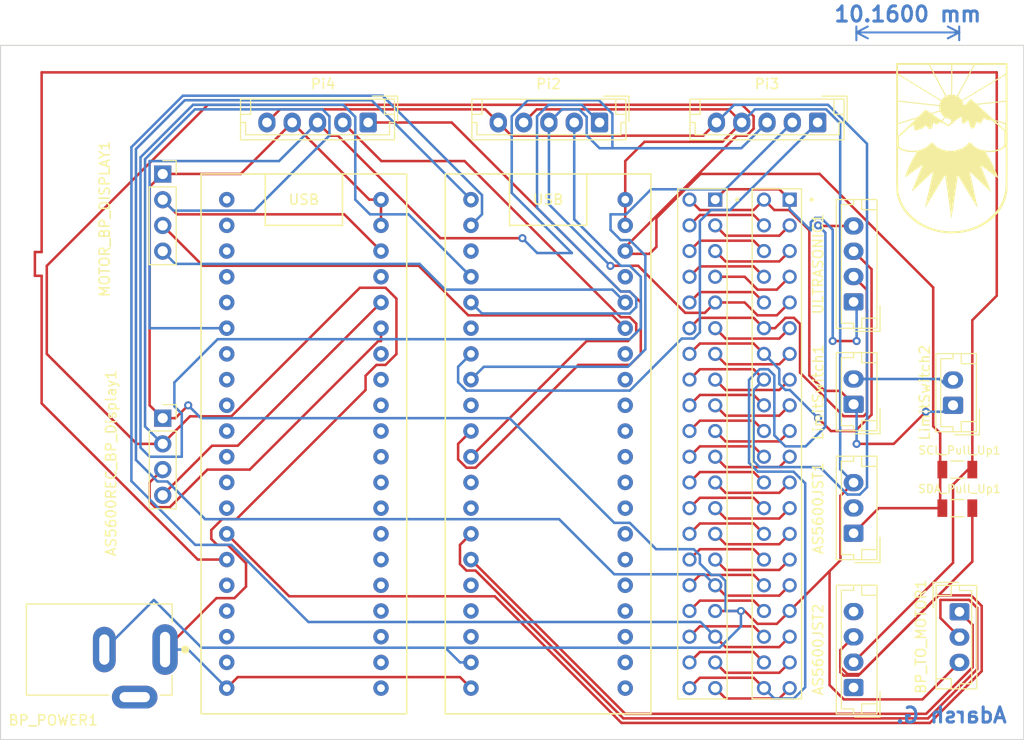
<source format=kicad_pcb>
(kicad_pcb (version 20221018) (generator pcbnew)
  (layers (0 "F.Cu" signal) (31 "B.Cu" signal) (34 "B.Paste" user) (35 "F.Paste" user) (36 "B.SilkS" user "B.Silkscreen") (37 "F.SilkS" user "F.Silkscreen") (38 "B.Mask" user) (39 "F.Mask" user) (44 "Edge.Cuts" user))
  (net 0 "")
  (net 1 "Net-(J1-Pin_1)")
  (net 2 "Net-(J1-Pin_2)")
  (net 3 "Net-(J1-Pin_3)")
  (net 4 "Net-(J1-Pin_4)")
  (net 5 "Net-(J1-Pin_5)")
  (net 6 "Net-(J1-Pin_6)")
  (net 7 "Net-(J1-Pin_7)")
  (net 8 "Net-(J1-Pin_8)")
  (net 9 "Net-(J1-Pin_9)")
  (net 10 "Net-(J1-Pin_10)")
  (net 11 "Net-(J1-Pin_11)")
  (net 12 "Net-(J1-Pin_12)")
  (net 13 "Net-(J1-Pin_13)")
  (net 14 "Net-(J1-Pin_14)")
  (net 15 "Net-(J1-Pin_15)")
  (net 16 "Net-(J1-Pin_16)")
  (net 17 "Net-(J1-Pin_17)")
  (net 18 "Net-(J1-Pin_18)")
  (net 19 "Net-(J1-Pin_19)")
  (net 20 "Net-(J1-Pin_20)")
  (net 21 "Net-(J1-Pin_21)")
  (net 22 "Net-(J1-Pin_22)")
  (net 23 "Net-(J1-Pin_23)")
  (net 24 "Net-(J1-Pin_24)")
  (net 25 "Net-(J1-Pin_25)")
  (net 26 "Net-(J1-Pin_26)")
  (net 27 "Net-(J1-Pin_27)")
  (net 28 "Net-(J1-Pin_28)")
  (net 29 "Net-(J1-Pin_29)")
  (net 30 "Net-(J1-Pin_30)")
  (net 31 "Net-(J1-Pin_31)")
  (net 32 "Net-(J1-Pin_32)")
  (net 33 "Net-(J1-Pin_33)")
  (net 34 "Net-(J1-Pin_35)")
  (net 35 "Net-(J1-Pin_36)")
  (net 36 "Net-(J1-Pin_37)")
  (net 37 "Net-(J1-Pin_38)")
  (net 38 "Net-(J1-Pin_39)")
  (net 39 "Net-(J1-Pin_40)")
  (net 41 "Net-(AS5600JST1-Pin_1)")
  (net 42 "Net-(AS5600JST1-Pin_3)")
  (net 44 "Net-(AS5600JST2-Pin_2)")
  (net 45 "Net-(AS5600JST2-Pin_3)")
  (net 47 "Net-(BP_TO_MOTOR1-Pin_1)")
  (net 48 "Net-(BP_TO_MOTOR1-Pin_2)")
  (net 49 "Net-(Pi4-Pin_1)")
  (net 50 "Net-(Pi2-Pin_1)")
  (net 51 "Net-(Pi2-Pin_2)")
  (net 52 "Net-(Pi3-Pin_1)")
  (net 53 "Net-(Pi3-Pin_2)")
  (net 54 "Net-(Pi4-Pin_2)")
  (net 71 "Net-(MOTOR_BP_DISPLAY1-Pin_3)")
  (net 72 "Net-(MOTOR_BP_DISPLAY1-Pin_4)")
  (net 84 "Net-(AS5600REC_BP_Display1-Pin_4)")
  (net 89 "Net-(AS5600REC_BP_Display1-Pin_3)")
  (footprint "Connector_JST:JST_EH_B3B-EH-A_1x03_P2.50mm_Vertical" (layer "F.Cu") (at 191.47 119.32 90)
    (fp_text reference "AS5600JST1")
    (fp_text value "Conn_01x03_Pin")
  )
  (footprint "20_pin_header_kicad:TE_7-146256-0" (layer "F.Cu") (at 183.885 110.49 -90)
    (fp_text reference "J1" hide)
    (fp_text value "Conn_01x40_Pin")
  )
  (footprint "RC1206JR-074K7L:RESC3116X65N" (layer "F.Cu") (at 201.72 116.84)
    (fp_text reference "SDA_Pull_Up1")
    (fp_text value "RC1206JR-074K7L")
  )
  (footprint "Connector_JST:JST_EH_B4B-EH-A_1x04_P2.50mm_Vertical" (layer "F.Cu") (at 191.47 96.46 90)
    (fp_text reference "ULTRASONIC1")
    (fp_text value "Conn_01x04_Pin" hide)
  )
  (footprint "logo.preety:systopia_logo" (layer "F.Cu") (at 201.168 81.28)
    (fp_text reference "G***" hide)
    (fp_text value "LOGO" hide)
  )
  (footprint "Connector_PinSocket_2.54mm:PinSocket_1x04_P2.54mm_Vertical" (layer "F.Cu") (at 123.215 83.83)
    (fp_text reference "MOTOR_BP_DISPLAY1")
    (fp_text value "Conn_01x04_Socket")
  )
  (footprint "Connector_JST:JST_EH_B2B-EH-A_1x02_P2.50mm_Vertical" (layer "F.Cu") (at 191.47 106.58 90)
    (fp_text reference "LimitSwitch1")
    (fp_text value "Conn_01x02_Pin" hide)
  )
  (footprint "Connector_PinSocket_2.54mm:PinSocket_1x04_P2.54mm_Vertical" (layer "F.Cu") (at 123.215 107.95)
    (fp_text reference "AS5600REC_BP_Display1")
    (fp_text value "Conn_01x04_Socket")
  )
  (footprint "20_pin_header_kicad:TE_7-146256-0" (layer "F.Cu") (at 176.53 110.49 -90)
    (fp_text reference "J2" hide)
    (fp_text value "Conn_01x40_Pin")
  )
  (footprint "Connector_JST:JST_EH_B5B-EH-A_1x05_P2.50mm_Vertical" (layer "F.Cu") (at 187.92 78.74 180)
    (fp_text reference "Pi3")
    (fp_text value "Conn_01x05_Pin")
  )
  (footprint "Connector_JST:JST_EH_B3B-EH-A_1x03_P2.50mm_Vertical" (layer "F.Cu") (at 201.93 127.08 -90)
    (fp_text reference "BP_TO_MOTOR1")
    (fp_text value "Conn_01x03_Pin" hide)
  )
  (footprint "Connector_JST:JST_EH_B5B-EH-A_1x05_P2.50mm_Vertical" (layer "F.Cu") (at 143.51 78.74 180)
    (fp_text reference "Pi4")
    (fp_text value "Conn_01x05_Pin")
  )
  (footprint "DevBoard_STM32_Bluepill:DevBoard_STM32_Bluepill" (layer "F.Cu") (at 129.54 134.62)
    (fp_text reference "AS5600REC_BP1" hide)
    (fp_text value "BP" hide)
  )
  (footprint "RC1206JR-074K7L:RESC3116X65N" (layer "F.Cu") (at 201.72 113.03)
    (fp_text reference "SCL_Pull_Up1")
    (fp_text value "RC1206JR-074K7L")
  )
  (footprint "Connector_JST:JST_EH_B2B-EH-A_1x02_P2.50mm_Vertical" (layer "F.Cu") (at 201.295 106.68 90)
    (fp_text reference "LimitSwitch2")
    (fp_text value "Conn_01x02_Pin")
  )
  (footprint "PJ-002A:CUI_PJ-002A" (layer "F.Cu") (at 123.444 130.81 180)
    (fp_text reference "BP_POWER1")
    (fp_text value "PJ-002A")
  )
  (footprint "DevBoard_STM32_Bluepill:DevBoard_STM32_Bluepill" (layer "F.Cu") (at 153.67 134.62)
    (fp_text reference "MOTOR_BP1" hide)
    (fp_text value "BP" hide)
  )
  (footprint "Connector_JST:JST_EH_B5B-EH-A_1x05_P2.50mm_Vertical" (layer "F.Cu") (at 166.37 78.74 180)
    (fp_text reference "Pi2")
    (fp_text value "Conn_01x05_Pin")
  )
  (footprint "Connector_JST:JST_EH_B4B-EH-A_1x04_P2.50mm_Vertical" (layer "F.Cu") (at 191.47 134.56 90)
    (fp_text reference "AS5600JST2")
    (fp_text value "AS5600JST2")
  )
  (gr_rect (start 107.188 71.12) (end 208.28 139.7) (stroke (width 0.1)) (fill none) (layer "Edge.Cuts"))
  (gr_text "Adarsh G." (at 206.756 138.176) (layer "B.Cu") (effects (font (size 1.5 1.5) (thickness 0.3) bold) (justify left bottom mirror)))
  (dimension (type aligned) (layer "B.Cu") (pts (xy 191.745 71.11) (xy 201.905 71.11)) (height -1.27) (gr_text "10.1600 mm" (at 196.825 68.04) (layer "B.Cu") (effects (font (size 1.5 1.5) (thickness 0.3)))) (format (prefix "") (suffix "") (units 3) (units_format 1) (precision 4)) (style (thickness 0.2) (arrow_length 1.27) (text_position_mode 0) (extension_height 0.58642) (extension_offset 0.5) keep_text_aligned))
  (segment (start 195.4355 110.49) (end 198.6105 107.315) (width 0.25) (layer "F.Cu") (net 1))
  (segment (start 183.639 87.384) (end 182.615 86.36) (width 0.25) (layer "F.Cu") (net 1))
  (segment (start 185.087155 87.384) (end 183.639 87.384) (width 0.25) (layer "F.Cu") (net 1))
  (segment (start 191.77 110.49) (end 195.4355 110.49) (width 0.25) (layer "F.Cu") (net 1))
  (segment (start 181.591 87.384) (end 182.615 86.36) (width 0.25) (layer "F.Cu") (net 1))
  (segment (start 188.618223 105.255) (end 190.145 105.255) (width 0.25) (layer "F.Cu") (net 1))
  (segment (start 191.47 106.58) (end 190.145 105.255) (width 0.25) (layer "F.Cu") (net 1))
  (segment (start 187.096612 89.393457) (end 187.096612 103.733389) (width 0.25) (layer "F.Cu") (net 1))
  (segment (start 175.26 86.36) (end 176.284 87.384) (width 0.25) (layer "F.Cu") (net 1))
  (segment (start 176.284 87.384) (end 181.591 87.384) (width 0.25) (layer "F.Cu") (net 1))
  (segment (start 185.087155 87.384) (end 187.096612 89.393457) (width 0.25) (layer "F.Cu") (net 1))
  (segment (start 187.096612 103.733389) (end 188.618223 105.255) (width 0.25) (layer "F.Cu") (net 1))
  (via (at 198.6105 107.315) (size 0.8) (drill 0.4) (layers "F.Cu" "B.Cu") (net 1))
  (via (at 191.77 110.49) (size 0.8) (drill 0.4) (layers "F.Cu" "B.Cu") (net 1))
  (segment (start 198.6105 107.315) (end 200.66 107.315) (width 0.25) (layer "B.Cu") (net 1))
  (segment (start 191.77 106.88) (end 191.77 110.49) (width 0.25) (layer "B.Cu") (net 1))
  (segment (start 200.66 107.315) (end 201.295 106.68) (width 0.25) (layer "B.Cu") (net 1))
  (segment (start 191.47 106.58) (end 191.77 106.88) (width 0.25) (layer "B.Cu") (net 1))
  (segment (start 178.824 85.336) (end 184.131 85.336) (width 0.25) (layer "F.Cu") (net 2))
  (segment (start 177.8 86.36) (end 178.824 85.336) (width 0.25) (layer "F.Cu") (net 2))
  (segment (start 189.4095 100.33) (end 191.77 100.33) (width 0.25) (layer "F.Cu") (net 2))
  (segment (start 184.131 85.336) (end 185.155 86.36) (width 0.25) (layer "F.Cu") (net 2))
  (via (at 191.77 100.33) (size 0.8) (drill 0.4) (layers "F.Cu" "B.Cu") (net 2))
  (via (at 189.4095 100.33) (size 0.8) (drill 0.4) (layers "F.Cu" "B.Cu") (net 2))
  (segment (start 185.155 87.309) (end 187.235 89.389) (width 0.25) (layer "B.Cu") (net 2))
  (segment (start 187.659695 88.175) (end 188.260305 88.175) (width 0.25) (layer "B.Cu") (net 2))
  (segment (start 191.47 96.46) (end 191.77 96.76) (width 0.25) (layer "B.Cu") (net 2))
  (segment (start 187.235 89.389) (end 187.235 88.599695) (width 0.25) (layer "B.Cu") (net 2))
  (segment (start 185.155 86.36) (end 185.155 87.309) (width 0.25) (layer "B.Cu") (net 2))
  (segment (start 187.235 88.599695) (end 187.659695 88.175) (width 0.25) (layer "B.Cu") (net 2))
  (segment (start 191.77 96.76) (end 191.77 100.33) (width 0.25) (layer "B.Cu") (net 2))
  (segment (start 188.260305 88.175) (end 189.4095 89.324195) (width 0.25) (layer "B.Cu") (net 2))
  (segment (start 189.4095 89.324195) (end 189.4095 100.33) (width 0.25) (layer "B.Cu") (net 2))
  (segment (start 176.284 87.876) (end 181.591 87.876) (width 0.25) (layer "F.Cu") (net 3))
  (segment (start 175.26 88.9) (end 176.284 87.876) (width 0.25) (layer "F.Cu") (net 3))
  (segment (start 181.591 87.876) (end 182.615 88.9) (width 0.25) (layer "F.Cu") (net 3))
  (segment (start 177.8 88.9) (end 178.824 89.924) (width 0.25) (layer "F.Cu") (net 4))
  (segment (start 184.131 89.924) (end 185.155 88.9) (width 0.25) (layer "F.Cu") (net 4))
  (segment (start 178.824 89.924) (end 184.131 89.924) (width 0.25) (layer "F.Cu") (net 4))
  (segment (start 176.284 90.416) (end 181.591 90.416) (width 0.25) (layer "F.Cu") (net 5))
  (segment (start 175.26 91.44) (end 176.284 90.416) (width 0.25) (layer "F.Cu") (net 5))
  (segment (start 181.591 90.416) (end 182.615 91.44) (width 0.25) (layer "F.Cu") (net 5))
  (segment (start 184.131 92.464) (end 185.155 91.44) (width 0.25) (layer "F.Cu") (net 6))
  (segment (start 178.824 92.464) (end 184.131 92.464) (width 0.25) (layer "F.Cu") (net 6))
  (segment (start 177.8 91.44) (end 178.824 92.464) (width 0.25) (layer "F.Cu") (net 6))
  (segment (start 175.26 93.98) (end 176.284 92.956) (width 0.25) (layer "F.Cu") (net 7))
  (segment (start 181.591 92.956) (end 182.615 93.98) (width 0.25) (layer "F.Cu") (net 7))
  (segment (start 176.284 92.956) (end 181.591 92.956) (width 0.25) (layer "F.Cu") (net 7))
  (segment (start 183.885 95.25) (end 185.155 93.98) (width 0.25) (layer "F.Cu") (net 8))
  (segment (start 180.711396 93.98) (end 181.981396 95.25) (width 0.25) (layer "F.Cu") (net 8))
  (segment (start 177.8 93.98) (end 180.711396 93.98) (width 0.25) (layer "F.Cu") (net 8))
  (segment (start 181.981396 95.25) (end 183.885 95.25) (width 0.25) (layer "F.Cu") (net 8))
  (segment (start 175.26 96.52) (end 176.284 95.496) (width 0.25) (layer "F.Cu") (net 9))
  (segment (start 176.284 95.496) (end 181.591 95.496) (width 0.25) (layer "F.Cu") (net 9))
  (segment (start 181.591 95.496) (end 182.615 96.52) (width 0.25) (layer "F.Cu") (net 9))
  (segment (start 181.981396 97.79) (end 183.885 97.79) (width 0.25) (layer "F.Cu") (net 10))
  (segment (start 177.8 96.52) (end 180.711396 96.52) (width 0.25) (layer "F.Cu") (net 10))
  (segment (start 183.885 97.79) (end 185.155 96.52) (width 0.25) (layer "F.Cu") (net 10))
  (segment (start 150.653299 90.17) (end 158.75 90.17) (width 0.25) (layer "F.Cu") (net 10))
  (segment (start 167.446075 92.903924) (end 167.456999 92.893) (width 0.25) (layer "F.Cu") (net 10))
  (segment (start 170.184845 92.893) (end 174.835845 97.544) (width 0.25) (layer "F.Cu") (net 10))
  (segment (start 167.456999 92.893) (end 170.184845 92.893) (width 0.25) (layer "F.Cu") (net 10))
  (segment (start 140.523299 80.04) (end 150.653299 90.17) (width 0.25) (layer "F.Cu") (net 10))
  (segment (start 180.711396 96.52) (end 181.981396 97.79) (width 0.25) (layer "F.Cu") (net 10))
  (segment (start 139.81 80.04) (end 140.523299 80.04) (width 0.25) (layer "F.Cu") (net 10))
  (segment (start 176.776 97.544) (end 177.8 96.52) (width 0.25) (layer "F.Cu") (net 10))
  (segment (start 174.835845 97.544) (end 176.776 97.544) (width 0.25) (layer "F.Cu") (net 10))
  (segment (start 138.51 78.74) (end 139.81 80.04) (width 0.25) (layer "F.Cu") (net 10))
  (via (at 158.75 90.17) (size 0.8) (drill 0.4) (layers "F.Cu" "B.Cu") (net 10))
  (via (at 167.446075 92.903924) (size 0.8) (drill 0.4) (layers "F.Cu" "B.Cu") (net 10))
  (segment (start 161.37 78.74) (end 162.67 77.44) (width 0.25) (layer "B.Cu") (net 10))
  (segment (start 134.7 82.55) (end 121.92 82.55) (width 0.25) (layer "B.Cu") (net 10))
  (segment (start 138.51 78.74) (end 134.7 82.55) (width 0.25) (layer "B.Cu") (net 10))
  (segment (start 164.356701 77.44) (end 165.1 78.183299) (width 0.25) (layer "B.Cu") (net 10))
  (segment (start 165.1 80.01) (end 166.37 81.28) (width 0.25) (layer "B.Cu") (net 10))
  (segment (start 161.37 78.74) (end 161.37 86.827849) (width 0.25) (layer "B.Cu") (net 10))
  (segment (start 166.308173 76.54) (end 167.64 77.871827) (width 0.25) (layer "B.Cu") (net 10))
  (segment (start 167.64 77.871827) (end 167.64 81.28) (width 0.25) (layer "B.Cu") (net 10))
  (segment (start 165.1 78.183299) (end 165.1 80.01) (width 0.25) (layer "B.Cu") (net 10))
  (segment (start 160.213924 91.633924) (end 163.636075 91.633924) (width 0.25) (layer "B.Cu") (net 10))
  (segment (start 163.636075 91.633924) (end 157.695 85.692849) (width 0.25) (layer "B.Cu") (net 10))
  (segment (start 162.67 77.44) (end 164.356701 77.44) (width 0.25) (layer "B.Cu") (net 10))
  (segment (start 166.37 81.28) (end 167.64 81.28) (width 0.25) (layer "B.Cu") (net 10))
  (segment (start 157.695 78.128299) (end 159.283299 76.54) (width 0.25) (layer "B.Cu") (net 10))
  (segment (start 167.64 81.28) (end 180.38 81.28) (width 0.25) (layer "B.Cu") (net 10))
  (segment (start 159.283299 76.54) (end 166.308173 76.54) (width 0.25) (layer "B.Cu") (net 10))
  (segment (start 158.75 90.17) (end 160.213924 91.633924) (width 0.25) (layer "B.Cu") (net 10))
  (segment (start 121.92 82.55) (end 121.92 99.06) (width 0.25) (layer "B.Cu") (net 10))
  (segment (start 121.92 99.06) (end 129.54 99.06) (width 0.25) (layer "B.Cu") (net 10))
  (segment (start 161.37 86.827849) (end 167.446075 92.903924) (width 0.25) (layer "B.Cu") (net 10))
  (segment (start 157.695 85.692849) (end 157.695 78.128299) (width 0.25) (layer "B.Cu") (net 10))
  (segment (start 180.38 81.28) (end 182.92 78.74) (width 0.25) (layer "B.Cu") (net 10))
  (segment (start 181.591 98.036) (end 182.615 99.06) (width 0.25) (layer "F.Cu") (net 11))
  (segment (start 176.284 98.036) (end 181.591 98.036) (width 0.25) (layer "F.Cu") (net 11))
  (segment (start 192.77 95.26) (end 192.77 97.298173) (width 0.25) (layer "F.Cu") (net 11))
  (segment (start 192.795 107.418173) (end 192.458173 107.755) (width 0.25) (layer "F.Cu") (net 11))
  (segment (start 192.795 97.323173) (end 192.795 107.418173) (width 0.25) (layer "F.Cu") (net 11))
  (segment (start 192.458173 107.755) (end 190.481827 107.755) (width 0.25) (layer "F.Cu") (net 11))
  (segment (start 184.730845 98.036) (end 183.706845 99.06) (width 0.25) (layer "F.Cu") (net 11))
  (segment (start 186.179 98.635845) (end 185.579155 98.036) (width 0.25) (layer "F.Cu") (net 11))
  (segment (start 175.26 99.06) (end 176.284 98.036) (width 0.25) (layer "F.Cu") (net 11))
  (segment (start 192.77 97.298173) (end 192.795 97.323173) (width 0.25) (layer "F.Cu") (net 11))
  (segment (start 183.706845 99.06) (end 182.615 99.06) (width 0.25) (layer "F.Cu") (net 11))
  (segment (start 190.481827 107.755) (end 186.179 103.452173) (width 0.25) (layer "F.Cu") (net 11))
  (segment (start 185.579155 98.036) (end 184.730845 98.036) (width 0.25) (layer "F.Cu") (net 11))
  (segment (start 191.47 93.96) (end 192.77 95.26) (width 0.25) (layer "F.Cu") (net 11))
  (segment (start 186.179 103.452173) (end 186.179 98.635845) (width 0.25) (layer "F.Cu") (net 11))
  (segment (start 184.131 100.084) (end 185.155 99.06) (width 0.25) (layer "F.Cu") (net 12))
  (segment (start 177.8 99.06) (end 178.824 100.084) (width 0.25) (layer "F.Cu") (net 12))
  (segment (start 178.824 100.084) (end 184.131 100.084) (width 0.25) (layer "F.Cu") (net 12))
  (segment (start 191.47 91.46) (end 193.245 93.235) (width 0.25) (layer "F.Cu") (net 13))
  (segment (start 191.629569 109.22) (end 189.23 109.22) (width 0.25) (layer "F.Cu") (net 13))
  (segment (start 176.284 100.576) (end 181.591 100.576) (width 0.25) (layer "F.Cu") (net 13))
  (segment (start 175.26 101.6) (end 176.284 100.576) (width 0.25) (layer "F.Cu") (net 13))
  (segment (start 193.245 93.235) (end 193.245 107.604569) (width 0.25) (layer "F.Cu") (net 13))
  (segment (start 189.23 109.22) (end 187.96 107.95) (width 0.25) (layer "F.Cu") (net 13))
  (segment (start 181.591 100.576) (end 182.615 101.6) (width 0.25) (layer "F.Cu") (net 13))
  (segment (start 193.245 107.604569) (end 191.629569 109.22) (width 0.25) (layer "F.Cu") (net 13))
  (via (at 187.96 107.95) (size 0.8) (drill 0.4) (layers "F.Cu" "B.Cu") (net 13))
  (segment (start 187.96 107.95) (end 185.174 105.164) (width 0.25) (layer "B.Cu") (net 13))
  (segment (start 184.730845 105.164) (end 184.131 104.564155) (width 0.25) (layer "B.Cu") (net 13))
  (segment (start 185.174 105.164) (end 184.730845 105.164) (width 0.25) (layer "B.Cu") (net 13))
  (segment (start 184.131 103.116) (end 182.615 101.6) (width 0.25) (layer "B.Cu") (net 13))
  (segment (start 184.131 104.564155) (end 184.131 103.116) (width 0.25) (layer "B.Cu") (net 13))
  (segment (start 177.8 101.6) (end 178.824 102.624) (width 0.25) (layer "F.Cu") (net 14))
  (segment (start 184.131 102.624) (end 185.155 101.6) (width 0.25) (layer "F.Cu") (net 14))
  (segment (start 178.824 102.624) (end 184.131 102.624) (width 0.25) (layer "F.Cu") (net 14))
  (segment (start 176.284 103.116) (end 181.591 103.116) (width 0.25) (layer "F.Cu") (net 15))
  (segment (start 157.67 80.04) (end 176.62 80.04) (width 0.25) (layer "F.Cu") (net 15))
  (segment (start 133.51 78.74) (end 134.81 77.44) (width 0.25) (layer "F.Cu") (net 15))
  (segment (start 156.37 78.74) (end 157.67 80.04) (width 0.25) (layer "F.Cu") (net 15))
  (segment (start 181.591 103.116) (end 182.615 104.14) (width 0.25) (layer "F.Cu") (net 15))
  (segment (start 176.62 80.04) (end 177.92 78.74) (width 0.25) (layer "F.Cu") (net 15))
  (segment (start 155.07 77.44) (end 156.37 78.74) (width 0.25) (layer "F.Cu") (net 15))
  (segment (start 175.26 104.14) (end 176.284 103.116) (width 0.25) (layer "F.Cu") (net 15))
  (segment (start 134.81 77.44) (end 155.07 77.44) (width 0.25) (layer "F.Cu") (net 15))
  (segment (start 201.255 104.18) (end 200.66 104.775) (width 0.25) (layer "B.Cu") (net 15))
  (segment (start 201.295 104.18) (end 201.255 104.18) (width 0.25) (layer "B.Cu") (net 15))
  (segment (start 181.591 112.184155) (end 181.591 105.164) (width 0.25) (layer "B.Cu") (net 15))
  (segment (start 192.081701 115.495) (end 190.858299 115.495) (width 0.25) (layer "B.Cu") (net 15))
  (segment (start 177.92 78.74) (end 179.67 76.99) (width 0.25) (layer "B.Cu") (net 15))
  (segment (start 191.47 104.08) (end 192.735 104.08) (width 0.25) (layer "B.Cu") (net 15))
  (segment (start 192.795 80.840431) (end 192.795 104.14) (width 0.25) (layer "B.Cu") (net 15))
  (segment (start 200.66 104.775) (end 199.965 104.08) (width 0.25) (layer "B.Cu") (net 15))
  (segment (start 190.858299 115.495) (end 188.147299 112.784) (width 0.25) (layer "B.Cu") (net 15))
  (segment (start 192.795 114.781701) (end 192.081701 115.495) (width 0.25) (layer "B.Cu") (net 15))
  (segment (start 199.965 104.08) (end 191.47 104.08) (width 0.25) (layer "B.Cu") (net 15))
  (segment (start 188.944569 76.99) (end 192.795 80.840431) (width 0.25) (layer "B.Cu") (net 15))
  (segment (start 192.735 104.08) (end 192.795 104.14) (width 0.25) (layer "B.Cu") (net 15))
  (segment (start 188.147299 112.784) (end 182.190845 112.784) (width 0.25) (layer "B.Cu") (net 15))
  (segment (start 181.591 105.164) (end 182.615 104.14) (width 0.25) (layer "B.Cu") (net 15))
  (segment (start 192.795 104.14) (end 192.795 114.781701) (width 0.25) (layer "B.Cu") (net 15))
  (segment (start 182.190845 112.784) (end 181.591 112.184155) (width 0.25) (layer "B.Cu") (net 15))
  (segment (start 179.67 76.99) (end 188.944569 76.99) (width 0.25) (layer "B.Cu") (net 15))
  (segment (start 178.824 105.164) (end 184.131 105.164) (width 0.25) (layer "F.Cu") (net 16))
  (segment (start 184.131 105.164) (end 185.155 104.14) (width 0.25) (layer "F.Cu") (net 16))
  (segment (start 177.8 104.14) (end 178.824 105.164) (width 0.25) (layer "F.Cu") (net 16))
  (segment (start 181.591 105.656) (end 182.615 106.68) (width 0.25) (layer "F.Cu") (net 17))
  (segment (start 175.26 106.68) (end 176.284 105.656) (width 0.25) (layer "F.Cu") (net 17))
  (segment (start 176.284 105.656) (end 181.591 105.656) (width 0.25) (layer "F.Cu") (net 17))
  (segment (start 178.824 107.704) (end 184.131 107.704) (width 0.25) (layer "F.Cu") (net 18))
  (segment (start 177.8 106.68) (end 178.824 107.704) (width 0.25) (layer "F.Cu") (net 18))
  (segment (start 184.131 107.704) (end 185.155 106.68) (width 0.25) (layer "F.Cu") (net 18))
  (segment (start 175.26 109.22) (end 176.284 108.196) (width 0.25) (layer "F.Cu") (net 19))
  (segment (start 181.591 108.196) (end 182.615 109.22) (width 0.25) (layer "F.Cu") (net 19))
  (segment (start 176.284 108.196) (end 181.591 108.196) (width 0.25) (layer "F.Cu") (net 19))
  (segment (start 177.8 109.22) (end 178.824 110.244) (width 0.25) (layer "F.Cu") (net 20))
  (segment (start 178.824 110.244) (end 184.131 110.244) (width 0.25) (layer "F.Cu") (net 20))
  (segment (start 184.131 110.244) (end 185.155 109.22) (width 0.25) (layer "F.Cu") (net 20))
  (segment (start 176.284 110.736) (end 181.591 110.736) (width 0.25) (layer "F.Cu") (net 21))
  (segment (start 181.591 110.736) (end 182.615 111.76) (width 0.25) (layer "F.Cu") (net 21))
  (segment (start 175.26 111.76) (end 176.284 110.736) (width 0.25) (layer "F.Cu") (net 21))
  (segment (start 178.824 112.784) (end 184.131 112.784) (width 0.25) (layer "F.Cu") (net 22))
  (segment (start 184.131 112.784) (end 185.155 111.76) (width 0.25) (layer "F.Cu") (net 22))
  (segment (start 177.8 111.76) (end 178.824 112.784) (width 0.25) (layer "F.Cu") (net 22))
  (segment (start 181.591 113.276) (end 182.615 114.3) (width 0.25) (layer "F.Cu") (net 23))
  (segment (start 175.26 114.3) (end 176.284 113.276) (width 0.25) (layer "F.Cu") (net 23))
  (segment (start 176.284 113.276) (end 181.591 113.276) (width 0.25) (layer "F.Cu") (net 23))
  (segment (start 177.8 114.3) (end 178.824 115.324) (width 0.25) (layer "F.Cu") (net 24))
  (segment (start 178.824 115.324) (end 184.131 115.324) (width 0.25) (layer "F.Cu") (net 24))
  (segment (start 184.131 115.324) (end 185.155 114.3) (width 0.25) (layer "F.Cu") (net 24))
  (segment (start 181.591 115.816) (end 182.615 116.84) (width 0.25) (layer "F.Cu") (net 25))
  (segment (start 176.284 115.816) (end 181.591 115.816) (width 0.25) (layer "F.Cu") (net 25))
  (segment (start 175.26 116.84) (end 176.284 115.816) (width 0.25) (layer "F.Cu") (net 25))
  (segment (start 177.8 116.84) (end 178.824 117.864) (width 0.25) (layer "F.Cu") (net 26))
  (segment (start 178.824 117.864) (end 184.131 117.864) (width 0.25) (layer "F.Cu") (net 26))
  (segment (start 184.131 117.864) (end 185.155 116.84) (width 0.25) (layer "F.Cu") (net 26))
  (segment (start 175.26 119.38) (end 176.284 118.356) (width 0.25) (layer "F.Cu") (net 27))
  (segment (start 176.284 118.356) (end 181.591 118.356) (width 0.25) (layer "F.Cu") (net 27))
  (segment (start 181.591 118.356) (end 182.615 119.38) (width 0.25) (layer "F.Cu") (net 27))
  (segment (start 178.824 120.404) (end 184.131 120.404) (width 0.25) (layer "F.Cu") (net 28))
  (segment (start 184.131 120.404) (end 185.155 119.38) (width 0.25) (layer "F.Cu") (net 28))
  (segment (start 177.8 119.38) (end 178.824 120.404) (width 0.25) (layer "F.Cu") (net 28))
  (segment (start 181.591 120.896) (end 182.615 121.92) (width 0.25) (layer "F.Cu") (net 29))
  (segment (start 176.284 120.896) (end 181.591 120.896) (width 0.25) (layer "F.Cu") (net 29))
  (segment (start 175.26 121.92) (end 176.284 120.896) (width 0.25) (layer "F.Cu") (net 29))
  (segment (start 184.131 122.944) (end 185.155 121.92) (width 0.25) (layer "F.Cu") (net 30))
  (segment (start 177.8 121.92) (end 178.824 122.944) (width 0.25) (layer "F.Cu") (net 30))
  (segment (start 178.824 122.944) (end 184.131 122.944) (width 0.25) (layer "F.Cu") (net 30))
  (segment (start 181.591 123.436) (end 182.615 124.46) (width 0.25) (layer "F.Cu") (net 31))
  (segment (start 176.284 123.436) (end 181.591 123.436) (width 0.25) (layer "F.Cu") (net 31))
  (segment (start 175.26 124.46) (end 176.284 123.436) (width 0.25) (layer "F.Cu") (net 31))
  (segment (start 178.824 125.484) (end 184.131 125.484) (width 0.25) (layer "F.Cu") (net 32))
  (segment (start 184.131 125.484) (end 185.155 124.46) (width 0.25) (layer "F.Cu") (net 32))
  (segment (start 177.8 124.46) (end 178.824 125.484) (width 0.25) (layer "F.Cu") (net 32))
  (segment (start 176.713 123.373) (end 177.8 124.46) (width 0.25) (layer "B.Cu") (net 32))
  (segment (start 127.398701 117.927) (end 162.377 117.927) (width 0.25) (layer "B.Cu") (net 32))
  (segment (start 125.39 76.54) (end 120.57 81.36) (width 0.25) (layer "B.Cu") (net 32))
  (segment (start 120.57 81.36) (end 120.57 112.071701) (width 0.25) (layer "B.Cu") (net 32))
  (segment (start 123.676701 114.205) (end 127.398701 117.927) (width 0.25) (layer "B.Cu") (net 32))
  (segment (start 143.85 76.54) (end 125.39 76.54) (width 0.25) (layer "B.Cu") (net 32))
  (segment (start 167.823 123.373) (end 176.713 123.373) (width 0.25) (layer "B.Cu") (net 32))
  (segment (start 162.377 117.927) (end 167.823 123.373) (width 0.25) (layer "B.Cu") (net 32))
  (segment (start 120.57 112.071701) (end 122.703299 114.205) (width 0.25) (layer "B.Cu") (net 32))
  (segment (start 122.703299 114.205) (end 123.676701 114.205) (width 0.25) (layer "B.Cu") (net 32))
  (segment (start 153.67 86.36) (end 143.85 76.54) (width 0.25) (layer "B.Cu") (net 32))
  (segment (start 176.284 125.976) (end 181.591 125.976) (width 0.25) (layer "F.Cu") (net 33))
  (segment (start 181.591 125.976) (end 182.615 127) (width 0.25) (layer "F.Cu") (net 33))
  (segment (start 175.26 127) (end 176.284 125.976) (width 0.25) (layer "F.Cu") (net 33))
  (segment (start 175.26 129.54) (end 176.284 128.516) (width 0.25) (layer "F.Cu") (net 34))
  (segment (start 176.284 128.516) (end 181.591 128.516) (width 0.25) (layer "F.Cu") (net 34))
  (segment (start 181.591 128.516) (end 182.615 129.54) (width 0.25) (layer "F.Cu") (net 34))
  (segment (start 184.131 130.564) (end 185.155 129.54) (width 0.25) (layer "F.Cu") (net 35))
  (segment (start 178.824 130.564) (end 184.131 130.564) (width 0.25) (layer "F.Cu") (net 35))
  (segment (start 177.8 129.54) (end 178.824 130.564) (width 0.25) (layer "F.Cu") (net 35))
  (segment (start 120.12 114.161701) (end 120.12 81.173604) (width 0.25) (layer "B.Cu") (net 35))
  (segment (start 125.203604 76.09) (end 144.937251 76.09) (width 0.25) (layer "B.Cu") (net 35))
  (segment (start 154.757 87.813) (end 153.67 88.9) (width 0.25) (layer "B.Cu") (net 35))
  (segment (start 177.8 129.54) (end 176.347 128.087) (width 0.25) (layer "B.Cu") (net 35))
  (segment (start 120.12 81.173604) (end 125.203604 76.09) (width 0.25) (layer "B.Cu") (net 35))
  (segment (start 176.347 128.087) (end 137.610251 128.087) (width 0.25) (layer "B.Cu") (net 35))
  (segment (start 154.757 85.909749) (end 154.757 87.813) (width 0.25) (layer "B.Cu") (net 35))
  (segment (start 126.425299 120.467) (end 120.12 114.161701) (width 0.25) (layer "B.Cu") (net 35))
  (segment (start 129.990251 120.467) (end 126.425299 120.467) (width 0.25) (layer "B.Cu") (net 35))
  (segment (start 144.937251 76.09) (end 154.757 85.909749) (width 0.25) (layer "B.Cu") (net 35))
  (segment (start 137.610251 128.087) (end 129.990251 120.467) (width 0.25) (layer "B.Cu") (net 35))
  (segment (start 175.26 132.08) (end 176.284 131.056) (width 0.25) (layer "F.Cu") (net 36))
  (segment (start 176.284 131.056) (end 181.591 131.056) (width 0.25) (layer "F.Cu") (net 36))
  (segment (start 181.591 131.056) (end 182.615 132.08) (width 0.25) (layer "F.Cu") (net 36))
  (segment (start 178.824 133.104) (end 184.131 133.104) (width 0.25) (layer "F.Cu") (net 37))
  (segment (start 177.8 132.08) (end 178.824 133.104) (width 0.25) (layer "F.Cu") (net 37))
  (segment (start 184.131 133.104) (end 185.155 132.08) (width 0.25) (layer "F.Cu") (net 37))
  (segment (start 175.26 134.62) (end 176.284 133.596) (width 0.25) (layer "F.Cu") (net 38))
  (segment (start 176.284 133.596) (end 181.591 133.596) (width 0.25) (layer "F.Cu") (net 38))
  (segment (start 181.591 133.596) (end 182.615 134.62) (width 0.25) (layer "F.Cu") (net 38))
  (segment (start 188.02 88.96) (end 187.96 88.9) (width 0.25) (layer "F.Cu") (net 38))
  (segment (start 191.47 88.96) (end 188.02 88.96) (width 0.25) (layer "F.Cu") (net 38))
  (via (at 187.96 88.9) (size 0.8) (drill 0.4) (layers "F.Cu" "B.Cu") (net 38))
  (segment (start 183.639 103.715845) (end 183.039155 103.116) (width 0.25) (layer "B.Cu") (net 38))
  (segment (start 181.141 112.370551) (end 182.004449 113.234) (width 0.25) (layer "B.Cu") (net 38))
  (segment (start 188.685 89.625) (end 188.685 108.786695) (width 0.25) (layer "B.Cu") (net 38))
  (segment (start 185.537155 113.234) (end 186.69 114.386845) (width 0.25) (layer "B.Cu") (net 38))
  (segment (start 185.579155 135.644) (end 183.639 135.644) (width 0.25) (layer "B.Cu") (net 38))
  (segment (start 186.735695 110.736) (end 184.730845 110.736) (width 0.25) (layer "B.Cu") (net 38))
  (segment (start 184.730845 110.736) (end 183.639 109.644155) (width 0.25) (layer "B.Cu") (net 38))
  (segment (start 182.190845 103.116) (end 181.141 104.165845) (width 0.25) (layer "B.Cu") (net 38))
  (segment (start 183.639 109.644155) (end 183.639 103.715845) (width 0.25) (layer "B.Cu") (net 38))
  (segment (start 183.639 135.644) (end 182.615 134.62) (width 0.25) (layer "B.Cu") (net 38))
  (segment (start 186.69 114.386845) (end 186.69 134.533155) (width 0.25) (layer "B.Cu") (net 38))
  (segment (start 183.039155 103.116) (end 182.190845 103.116) (width 0.25) (layer "B.Cu") (net 38))
  (segment (start 186.69 134.533155) (end 185.579155 135.644) (width 0.25) (layer "B.Cu") (net 38))
  (segment (start 181.141 104.165845) (end 181.141 112.370551) (width 0.25) (layer "B.Cu") (net 38))
  (segment (start 187.96 88.9) (end 188.685 89.625) (width 0.25) (layer "B.Cu") (net 38))
  (segment (start 188.685 108.786695) (end 186.735695 110.736) (width 0.25) (layer "B.Cu") (net 38))
  (segment (start 182.004449 113.234) (end 185.537155 113.234) (width 0.25) (layer "B.Cu") (net 38))
  (segment (start 177.8 134.62) (end 178.824 135.644) (width 0.25) (layer "F.Cu") (net 39))
  (segment (start 178.824 135.644) (end 184.131 135.644) (width 0.25) (layer "F.Cu") (net 39))
  (segment (start 184.131 135.644) (end 185.155 134.62) (width 0.25) (layer "F.Cu") (net 39))
  (segment (start 181.595 79.351701) (end 180.906701 80.04) (width 0.25) (layer "F.Cu") (net 41))
  (segment (start 176.351845 83.82) (end 171.99 88.181845) (width 0.25) (layer "F.Cu") (net 41))
  (segment (start 171.99 91.026701) (end 171.301701 91.715) (width 0.25) (layer "F.Cu") (net 41))
  (segment (start 188.116701 83.82) (end 176.351845 83.82) (width 0.25) (layer "F.Cu") (net 41))
  (segment (start 180.906701 80.04) (end 179.933299 80.04) (width 0.25) (layer "F.Cu") (net 41))
  (segment (start 120.65 110.49) (end 111.76 101.6) (width 0.25) (layer "F.Cu") (net 41))
  (segment (start 130.627 133.533) (end 152.583 133.533) (width 0.25) (layer "F.Cu") (net 41))
  (segment (start 129.54 134.62) (end 130.627 133.533) (width 0.25) (layer "F.Cu") (net 41))
  (segment (start 168.533299 91.44) (end 168.91 91.44) (width 0.25) (layer "F.Cu") (net 41))
  (segment (start 200.025 109.435) (end 199.335 108.745) (width 0.25) (layer "F.Cu") (net 41))
  (segment (start 128.016 119.000749) (end 129.089749 117.927) (width 0.25) (layer "F.Cu") (net 41))
  (segment (start 169.185 91.715) (end 168.91 91.44) (width 0.25) (layer "F.Cu") (net 41))
  (segment (start 179.933299 80.04) (end 168.533299 91.44) (width 0.25) (layer "F.Cu") (net 41))
  (segment (start 128.524 125.73) (end 130.302 125.73) (width 0.25) (layer "F.Cu") (net 41))
  (segment (start 129.990251 107.767) (end 125.913 107.767) (width 0.25) (layer "F.Cu") (net 41))
  (segment (start 131.445 122.287749) (end 129.624251 120.467) (width 0.25) (layer "F.Cu") (net 41))
  (segment (start 128.595 120.467) (end 128.016 119.888) (width 0.25) (layer "F.Cu") (net 41))
  (segment (start 141.153 87.813) (end 144.78 91.44) (width 0.25) (layer "F.Cu") (net 41))
  (segment (start 200.025 116.625) (end 200.025 109.435) (width 0.25) (layer "F.Cu") (net 41))
  (segment (start 146.304 101.613251) (end 146.304 96.140749) (width 0.25) (layer "F.Cu") (net 41))
  (segment (start 123.19 110.49) (end 120.65 110.49) (width 0.25) (layer "F.Cu") (net 41))
  (segment (start 111.76 101.6) (end 111.76 92.9) (width 0.25) (layer "F.Cu") (net 41))
  (segment (start 191.47 119.32) (end 193.95 116.84) (width 0.25) (layer "F.Cu") (net 41))
  (segment (start 124.643 87.813) (end 141.153 87.813) (width 0.25) (layer "F.Cu") (net 41))
  (segment (start 129.089749 117.927) (end 130.491626 117.927) (width 0.25) (layer "F.Cu") (net 41))
  (segment (start 145.230251 102.687) (end 146.304 101.613251) (width 0.25) (layer "F.Cu") (net 41))
  (segment (start 111.76 92.9) (end 127.67 76.99) (width 0.25) (layer "F.Cu") (net 41))
  (segment (start 127.67 76.99) (end 180.456701 76.99) (width 0.25) (layer "F.Cu") (net 41))
  (segment (start 200.24 116.84) (end 200.025 116.625) (width 0.25) (layer "F.Cu") (net 41))
  (segment (start 130.491626 117.927) (end 143.256 105.162626) (width 0.25) (layer "F.Cu") (net 41))
  (segment (start 130.302 125.73) (end 131.445 124.587) (width 0.25) (layer "F.Cu") (net 41))
  (segment (start 193.95 116.84) (end 200.24 116.84) (width 0.25) (layer "F.Cu") (net 41))
  (segment (start 123.444 130.81) (end 128.524 125.73) (width 0.25) (layer "F.Cu") (net 41))
  (segment (start 143.256 105.162626) (end 143.256 103.760749) (width 0.25) (layer "F.Cu") (net 41))
  (segment (start 129.624251 120.467) (end 128.595 120.467) (width 0.25) (layer "F.Cu") (net 41))
  (segment (start 181.595 78.128299) (end 181.595 79.351701) (width 0.25) (layer "F.Cu") (net 41))
  (segment (start 128.016 119.888) (end 128.016 119.000749) (width 0.25) (layer "F.Cu") (net 41))
  (segment (start 144.329749 102.687) (end 145.230251 102.687) (width 0.25) (layer "F.Cu") (net 41))
  (segment (start 145.230251 95.067) (end 142.690251 95.067) (width 0.25) (layer "F.Cu") (net 41))
  (segment (start 123.19 86.36) (end 124.643 87.813) (width 0.25) (layer "F.Cu") (net 41))
  (segment (start 199.335 95.038299) (end 188.116701 83.82) (width 0.25) (layer "F.Cu") (net 41))
  (segment (start 125.913 107.767) (end 123.19 110.49) (width 0.25) (layer "F.Cu") (net 41))
  (segment (start 180.456701 76.99) (end 181.595 78.128299) (width 0.25) (layer "F.Cu") (net 41))
  (segment (start 143.256 103.760749) (end 144.329749 102.687) (width 0.25) (layer "F.Cu") (net 41))
  (segment (start 142.690251 95.067) (end 129.990251 107.767) (width 0.25) (layer "F.Cu") (net 41))
  (segment (start 199.335 108.745) (end 199.335 95.038299) (width 0.25) (layer "F.Cu") (net 41))
  (segment (start 131.445 124.587) (end 131.445 122.287749) (width 0.25) (layer "F.Cu") (net 41))
  (segment (start 171.301701 91.715) (end 169.185 91.715) (width 0.25) (layer "F.Cu") (net 41))
  (segment (start 146.304 96.140749) (end 145.230251 95.067) (width 0.25) (layer "F.Cu") (net 41))
  (segment (start 152.583 133.533) (end 153.67 134.62) (width 0.25) (layer "F.Cu") (net 41))
  (segment (start 171.99 88.181845) (end 171.99 91.026701) (width 0.25) (layer "F.Cu") (net 41))
  (segment (start 123.19 110.49) (end 121.47 108.77) (width 0.25) (layer "B.Cu") (net 41))
  (segment (start 121.47 82.363604) (end 126.393604 77.44) (width 0.25) (layer "B.Cu") (net 41))
  (segment (start 121.47 108.77) (end 121.47 82.363604) (width 0.25) (layer "B.Cu") (net 41))
  (segment (start 125.73 130.81) (end 129.54 134.62) (width 0.25) (layer "B.Cu") (net 41))
  (segment (start 126.393604 77.44) (end 138.996701 77.44) (width 0.25) (layer "B.Cu") (net 41))
  (segment (start 123.444 130.81) (end 125.73 130.81) (width 0.25) (layer "B.Cu") (net 41))
  (segment (start 138.996701 77.44) (end 139.685 78.128299) (width 0.25) (layer "B.Cu") (net 41))
  (segment (start 124.277 87.447) (end 123.19 86.36) (width 0.25) (layer "B.Cu") (net 41))
  (segment (start 132.263 87.447) (end 124.277 87.447) (width 0.25) (layer "B.Cu") (net 41))
  (segment (start 139.685 80.025) (end 132.263 87.447) (width 0.25) (layer "B.Cu") (net 41))
  (segment (start 139.685 78.128299) (end 139.685 80.025) (width 0.25) (layer "B.Cu") (net 41))
  (segment (start 130.93 83.82) (end 136.01 78.74) (width 0.25) (layer "F.Cu") (net 42))
  (segment (start 168.91 88.9) (end 168.91 86.36) (width 0.25) (layer "F.Cu") (net 42))
  (segment (start 125.73 106.68) (end 124.46 107.95) (width 0.25) (layer "F.Cu") (net 42))
  (segment (start 170.815 80.645) (end 178.515 80.645) (width 0.25) (layer "F.Cu") (net 42))
  (segment (start 168.91 86.36) (end 168.91 82.55) (width 0.25) (layer "F.Cu") (net 42))
  (segment (start 144.78 86.36) (end 143.63 86.36) (width 0.25) (layer "F.Cu") (net 42))
  (segment (start 178.515 80.645) (end 180.42 78.74) (width 0.25) (layer "F.Cu") (net 42))
  (segment (start 189.0975 123.0575) (end 185.155 127) (width 0.25) (layer "F.Cu") (net 42))
  (segment (start 190.17 121.985) (end 189.0975 123.0575) (width 0.25) (layer "F.Cu") (net 42))
  (segment (start 190.17 115.62) (end 190.17 121.985) (width 0.25) (layer "F.Cu") (net 42))
  (segment (start 190.506827 135.735) (end 189.0975 134.325673) (width 0.25) (layer "F.Cu") (net 42))
  (segment (start 180.711396 127) (end 181.981396 128.27) (width 0.25) (layer "F.Cu") (net 42))
  (segment (start 124.46 107.95) (end 123.19 107.95) (width 0.25) (layer "F.Cu") (net 42))
  (segment (start 179.12 77.44) (end 180.42 78.74) (width 0.25) (layer "F.Cu") (net 42))
  (segment (start 168.91 82.55) (end 170.815 80.645) (width 0.25) (layer "F.Cu") (net 42))
  (segment (start 158.87 78.74) (end 160.17 77.44) (width 0.25) (layer "F.Cu") (net 42))
  (segment (start 201.93 132.08) (end 198.275 135.735) (width 0.25) (layer "F.Cu") (net 42))
  (segment (start 144.78 88.9) (end 144.78 86.36) (width 0.25) (layer "F.Cu") (net 42))
  (segment (start 189.0975 134.325673) (end 189.0975 123.0575) (width 0.25) (layer "F.Cu") (net 42))
  (segment (start 123.19 83.82) (end 130.93 83.82) (width 0.25) (layer "F.Cu") (net 42))
  (segment (start 181.981396 128.27) (end 183.885 128.27) (width 0.25) (layer "F.Cu") (net 42))
  (segment (start 177.8 127) (end 180.711396 127) (width 0.25) (layer "F.Cu") (net 42))
  (segment (start 121.92 85.09) (end 121.92 106.68) (width 0.25) (layer "F.Cu") (net 42))
  (segment (start 198.275 135.735) (end 190.506827 135.735) (width 0.25) (layer "F.Cu") (net 42))
  (segment (start 121.92 106.68) (end 123.19 107.95) (width 0.25) (layer "F.Cu") (net 42))
  (segment (start 191.47 114.32) (end 190.17 115.62) (width 0.25) (layer "F.Cu") (net 42))
  (segment (start 123.19 83.82) (end 121.92 85.09) (width 0.25) (layer "F.Cu") (net 42))
  (segment (start 183.885 128.27) (end 185.155 127) (width 0.25) (layer "F.Cu") (net 42))
  (segment (start 143.63 86.36) (end 136.01 78.74) (width 0.25) (layer "F.Cu") (net 42))
  (segment (start 160.17 77.44) (end 179.12 77.44) (width 0.25) (layer "F.Cu") (net 42))
  (via (at 180.34 127) (size 0.8) (drill 0.4) (layers "F.Cu" "B.Cu") (net 42))
  (via (at 125.73 106.68) (size 0.8) (drill 0.4) (layers "F.Cu" "B.Cu") (net 42))
  (segment (start 177.412396 123.436) (end 176.284 122.307604) (width 0.25) (layer "B.Cu") (net 42))
  (segment (start 122.341 125.913) (end 127.055 130.627) (width 0.25) (layer "B.Cu") (net 42))
  (segment (start 178.224155 123.436) (end 177.412396 123.436) (width 0.25) (layer "B.Cu") (net 42))
  (segment (start 176.284 122.307604) (end 176.284 121.495845) (width 0.25) (layer "B.Cu") (net 42))
  (segment (start 137.16 130.627) (end 151.13 130.627) (width 0.25) (layer "B.Cu") (net 42))
  (segment (start 153.67 132.08) (end 152.583 132.08) (width 0.25) (layer "B.Cu") (net 42))
  (segment (start 171.963251 120.896) (end 169.360251 118.293) (width 0.25) (layer "B.Cu") (net 42))
  (segment (start 129.54 132.08) (end 135.707 132.08) (width 0) (layer "B.Cu") (net 42))
  (segment (start 190.145 78.826827) (end 190.145 112.995) (width 0.25) (layer "B.Cu") (net 42))
  (segment (start 127 107.95) (end 125.73 106.68) (width 0.25) (layer "B.Cu") (net 42))
  (segment (start 180.34 127) (end 178.824 127) (width 0.25) (layer "B.Cu") (net 42))
  (segment (start 178.824 124.035845) (end 178.224155 123.436) (width 0.25) (layer "B.Cu") (net 42))
  (segment (start 117.444 130.81) (end 122.341 125.913) (width 0.25) (layer "B.Cu") (net 42))
  (segment (start 190.145 112.995) (end 191.47 114.32) (width 0.25) (layer "B.Cu") (net 42))
  (segment (start 152.583 132.08) (end 151.13 130.627) (width 0.25) (layer "B.Cu") (net 42))
  (segment (start 127.635 130.627) (end 137.16 130.627) (width 0.25) (layer "B.Cu") (net 42))
  (segment (start 178.237 130.627) (end 180.34 128.524) (width 0.25) (layer "B.Cu") (net 42))
  (segment (start 127.055 130.627) (end 127.635 130.627) (width 0.25) (layer "B.Cu") (net 42))
  (segment (start 180.42 78.74) (end 181.72 77.44) (width 0.25) (layer "B.Cu") (net 42))
  (segment (start 176.284 121.495845) (end 175.684155 120.896) (width 0.25) (layer "B.Cu") (net 42))
  (segment (start 169.360251 118.293) (end 167.823 118.293) (width 0.25) (layer "B.Cu") (net 42))
  (segment (start 175.684155 120.896) (end 171.963251 120.896) (width 0.25) (layer "B.Cu") (net 42))
  (segment (start 167.823 118.293) (end 157.48 107.95) (width 0.25) (layer "B.Cu") (net 42))
  (segment (start 135.707 132.08) (end 137.16 130.627) (width 0) (layer "B.Cu") (net 42))
  (segment (start 188.758173 77.44) (end 190.145 78.826827) (width 0.25) (layer "B.Cu") (net 42))
  (segment (start 181.72 77.44) (end 188.758173 77.44) (width 0.25) (layer "B.Cu") (net 42))
  (segment (start 151.13 130.627) (end 178.237 130.627) (width 0.25) (layer "B.Cu") (net 42))
  (segment (start 157.48 107.95) (end 127 107.95) (width 0.25) (layer "B.Cu") (net 42))
  (segment (start 129.54 132.08) (end 128.087 130.627) (width 0) (layer "B.Cu") (net 42))
  (segment (start 128.087 130.627) (end 127.635 130.627) (width 0) (layer "B.Cu") (net 42))
  (segment (start 180.34 128.524) (end 180.34 127) (width 0.25) (layer "B.Cu") (net 42))
  (segment (start 178.824 127) (end 178.824 124.035845) (width 0.25) (layer "B.Cu") (net 42))
  (segment (start 201.295 114.51) (end 201.295 122.235) (width 0.25) (layer "F.Cu") (net 44))
  (segment (start 126.6825 121.92) (end 111.252 106.4895) (width 0.25) (layer "F.Cu") (net 44))
  (segment (start 110.585 91.535) (end 111.252 91.535) (width 0.25) (layer "F.Cu") (net 44))
  (segment (start 205.615 95.851903) (end 203.2 98.266903) (width 0.25) (layer "F.Cu") (net 44))
  (segment (start 203.2 98.266903) (end 203.2 112.605) (width 0.25) (layer "F.Cu") (net 44))
  (segment (start 110.585 93.885) (end 110.585 91.535) (width 0.25) (layer "F.Cu") (net 44))
  (segment (start 111.252 106.4895) (end 111.252 93.885) (width 0.25) (layer "F.Cu") (net 44))
  (segment (start 205.615 73.785) (end 205.615 95.851903) (width 0.25) (layer "F.Cu") (net 44))
  (segment (start 201.295 122.235) (end 191.47 132.06) (width 0.25) (layer "F.Cu") (net 44))
  (segment (start 129.54 121.92) (end 126.6825 121.92) (width 0.25) (layer "F.Cu") (net 44))
  (segment (start 203.2 112.605) (end 201.295 114.51) (width 0.25) (layer "F.Cu") (net 44))
  (segment (start 111.252 93.885) (end 110.585 93.885) (width 0.25) (layer "F.Cu") (net 44))
  (segment (start 111.252 91.535) (end 111.252 73.785) (width 0.25) (layer "F.Cu") (net 44))
  (segment (start 111.252 73.785) (end 205.615 73.785) (width 0.25) (layer "F.Cu") (net 44))
  (segment (start 168.536855 138.06) (end 156.023855 125.547) (width 0.25) (layer "F.Cu") (net 45))
  (segment (start 190.506827 133.385) (end 191.931701 133.385) (width 0.25) (layer "F.Cu") (net 45))
  (segment (start 204.13 126.505431) (end 204.13 132.939493) (width 0.25) (layer "F.Cu") (net 45))
  (segment (start 203.2 116.84) (end 203.2 122.116701) (width 0.25) (layer "F.Cu") (net 45))
  (segment (start 190.17 130.86) (end 190.17 133.048173) (width 0.25) (layer "F.Cu") (net 45))
  (segment (start 190.17 133.048173) (end 190.506827 133.385) (width 0.25) (layer "F.Cu") (net 45))
  (segment (start 190.17 132.546701) (end 190.17 130.86) (width 0.25) (layer "F.Cu") (net 45))
  (segment (start 199.009493 138.06) (end 168.536855 138.06) (width 0.25) (layer "F.Cu") (net 45))
  (segment (start 199.861701 125.455) (end 203.079569 125.455) (width 0.25) (layer "F.Cu") (net 45))
  (segment (start 156.023855 125.547) (end 135.707 125.547) (width 0.25) (layer "F.Cu") (net 45))
  (segment (start 192.081701 133.235) (end 190.858299 133.235) (width 0.25) (layer "F.Cu") (net 45))
  (segment (start 203.2 122.116701) (end 192.081701 133.235) (width 0.25) (layer "F.Cu") (net 45))
  (segment (start 191.47 129.56) (end 190.17 130.86) (width 0.25) (layer "F.Cu") (net 45))
  (segment (start 135.707 125.547) (end 129.54 119.38) (width 0.25) (layer "F.Cu") (net 45))
  (segment (start 190.858299 133.235) (end 190.17 132.546701) (width 0.25) (layer "F.Cu") (net 45))
  (segment (start 203.079569 125.455) (end 204.13 126.505431) (width 0.25) (layer "F.Cu") (net 45))
  (segment (start 191.931701 133.385) (end 199.861701 125.455) (width 0.25) (layer "F.Cu") (net 45))
  (segment (start 204.13 132.939493) (end 199.009493 138.06) (width 0.25) (layer "F.Cu") (net 45))
  (segment (start 198.636701 137.16) (end 168.91 137.16) (width 0.25) (layer "F.Cu") (net 47))
  (segment (start 203.23 128.38) (end 203.23 132.566701) (width 0.25) (layer "F.Cu") (net 47))
  (segment (start 201.93 127.08) (end 203.23 128.38) (width 0.25) (layer "F.Cu") (net 47))
  (segment (start 203.23 132.566701) (end 198.636701 137.16) (width 0.25) (layer "F.Cu") (net 47))
  (segment (start 168.91 137.16) (end 153.67 121.92) (width 0.25) (layer "F.Cu") (net 47))
  (segment (start 198.823097 137.61) (end 168.723251 137.61) (width 0.25) (layer "F.Cu") (net 48))
  (segment (start 154.120251 123.007) (end 153.219749 123.007) (width 0.25) (layer "F.Cu") (net 48))
  (segment (start 168.723251 137.61) (end 154.120251 123.007) (width 0.25) (layer "F.Cu") (net 48))
  (segment (start 203.68 126.691827) (end 203.68 132.753097) (width 0.25) (layer "F.Cu") (net 48))
  (segment (start 200.048097 125.905) (end 202.893173 125.905) (width 0.25) (layer "F.Cu") (net 48))
  (segment (start 152.583 122.370251) (end 152.583 120.467) (width 0.25) (layer "F.Cu") (net 48))
  (segment (start 201.93 129.58) (end 200.048097 127.698097) (width 0.25) (layer "F.Cu") (net 48))
  (segment (start 200.048097 127.698097) (end 200.048097 125.905) (width 0.25) (layer "F.Cu") (net 48))
  (segment (start 203.68 132.753097) (end 198.823097 137.61) (width 0.25) (layer "F.Cu") (net 48))
  (segment (start 202.893173 125.905) (end 203.68 126.691827) (width 0.25) (layer "F.Cu") (net 48))
  (segment (start 152.583 120.467) (end 153.67 119.38) (width 0.25) (layer "F.Cu") (net 48))
  (segment (start 153.219749 123.007) (end 152.583 122.370251) (width 0.25) (layer "F.Cu") (net 48))
  (segment (start 152.4 110.49) (end 153.67 109.22) (width 0.25) (layer "F.Cu") (net 49))
  (segment (start 154.120251 112.847) (end 153.219749 112.847) (width 0.25) (layer "F.Cu") (net 49))
  (segment (start 170.447 96.519749) (end 170.447 101.600251) (width 0.25) (layer "F.Cu") (net 49))
  (segment (start 169.360251 95.433) (end 170.447 96.519749) (width 0.25) (layer "F.Cu") (net 49))
  (segment (start 164.280251 102.687) (end 154.120251 112.847) (width 0.25) (layer "F.Cu") (net 49))
  (segment (start 152.4 112.027251) (end 152.4 110.49) (width 0.25) (layer "F.Cu") (net 49))
  (segment (start 153.219749 112.847) (end 152.4 112.027251) (width 0.25) (layer "F.Cu") (net 49))
  (segment (start 170.447 101.600251) (end 169.360251 102.687) (width 0.25) (layer "F.Cu") (net 49))
  (segment (start 168.459749 95.433) (end 169.360251 95.433) (width 0.25) (layer "F.Cu") (net 49))
  (segment (start 143.51 78.74) (end 151.766749 78.74) (width 0.25) (layer "F.Cu") (net 49))
  (segment (start 151.766749 78.74) (end 168.459749 95.433) (width 0.25) (layer "F.Cu") (net 49))
  (segment (start 169.360251 102.687) (end 164.280251 102.687) (width 0.25) (layer "F.Cu") (net 49))
  (segment (start 164.62 76.99) (end 161.333299 76.99) (width 0.25) (layer "B.Cu") (net 50))
  (segment (start 160.195 78.128299) (end 160.195 87.168251) (width 0.25) (layer "B.Cu") (net 50))
  (segment (start 166.37 78.74) (end 164.62 76.99) (width 0.25) (layer "B.Cu") (net 50))
  (segment (start 169.360251 95.433) (end 169.997 96.069749) (width 0.25) (layer "B.Cu") (net 50))
  (segment (start 161.333299 76.99) (end 160.195 78.128299) (width 0.25) (layer "B.Cu") (net 50))
  (segment (start 169.360251 97.607) (end 154.757 97.607) (width 0.25) (layer "B.Cu") (net 50))
  (segment (start 168.459749 95.433) (end 169.360251 95.433) (width 0.25) (layer "B.Cu") (net 50))
  (segment (start 169.997 96.069749) (end 169.997 96.970251) (width 0.25) (layer "B.Cu") (net 50))
  (segment (start 169.997 96.970251) (end 169.360251 97.607) (width 0.25) (layer "B.Cu") (net 50))
  (segment (start 160.195 87.168251) (end 168.459749 95.433) (width 0.25) (layer "B.Cu") (net 50))
  (segment (start 154.757 97.607) (end 153.67 96.52) (width 0.25) (layer "B.Cu") (net 50))
  (segment (start 170.447 93.979749) (end 170.447 99.060251) (width 0.25) (layer "B.Cu") (net 51))
  (segment (start 169.360251 100.147) (end 128.643 100.147) (width 0.25) (layer "B.Cu") (net 51))
  (segment (start 142.24 86.360001) (end 143.692999 87.813) (width 0.25) (layer "B.Cu") (net 51))
  (segment (start 168.459749 92.893) (end 169.360251 92.893) (width 0.25) (layer "B.Cu") (net 51))
  (segment (start 142.24 78.183299) (end 142.24 86.360001) (width 0.25) (layer "B.Cu") (net 51))
  (segment (start 125.095 111.76) (end 121.92 111.76) (width 0.25) (layer "B.Cu") (net 51))
  (segment (start 126.207208 76.99) (end 141.046701 76.99) (width 0.25) (layer "B.Cu") (net 51))
  (segment (start 170.447 99.060251) (end 169.360251 100.147) (width 0.25) (layer "B.Cu") (net 51))
  (segment (start 143.692999 87.813) (end 147.503 87.813) (width 0.25) (layer "B.Cu") (net 51))
  (segment (start 124.365 104.425) (end 124.365 106.775) (width 0.25) (layer "B.Cu") (net 51))
  (segment (start 163.87 78.74) (end 163.87 88.303251) (width 0.25) (layer "B.Cu") (net 51))
  (segment (start 121.92 111.76) (end 121.02 110.86) (width 0.25) (layer "B.Cu") (net 51))
  (segment (start 121.02 110.86) (end 121.02 82.177208) (width 0.25) (layer "B.Cu") (net 51))
  (segment (start 163.87 88.303251) (end 168.459749 92.893) (width 0.25) (layer "B.Cu") (net 51))
  (segment (start 169.360251 92.893) (end 170.447 93.979749) (width 0.25) (layer "B.Cu") (net 51))
  (segment (start 141.046701 76.99) (end 142.24 78.183299) (width 0.25) (layer "B.Cu") (net 51))
  (segment (start 125.095 107.505) (end 125.095 111.76) (width 0.25) (layer "B.Cu") (net 51))
  (segment (start 121.02 82.177208) (end 126.207208 76.99) (width 0.25) (layer "B.Cu") (net 51))
  (segment (start 128.643 100.147) (end 124.365 104.425) (width 0.25) (layer "B.Cu") (net 51))
  (segment (start 124.365 106.775) (end 125.095 107.505) (width 0.25) (layer "B.Cu") (net 51))
  (segment (start 147.503 87.813) (end 153.67 93.98) (width 0.25) (layer "B.Cu") (net 51))
  (segment (start 153.219749 105.227) (end 153.218875 105.226125) (width 0.25) (layer "B.Cu") (net 52))
  (segment (start 176.284 88.475845) (end 176.284 99.484155) (width 0.25) (layer "B.Cu") (net 52))
  (segment (start 176.284 99.484155) (end 175.684155 100.084) (width 0.25) (layer "B.Cu") (net 52))
  (segment (start 153.218875 105.226125) (end 152.4 104.407251) (width 0.25) (layer "B.Cu") (net 52))
  (segment (start 174.503251 100.084) (end 169.360251 105.227) (width 0.25) (layer "B.Cu") (net 52))
  (segment (start 152.4 104.407251) (end 152.4 102.87) (width 0.25) (layer "B.Cu") (net 52))
  (segment (start 177.375845 87.384) (end 176.284 88.475845) (width 0.25) (layer "B.Cu") (net 52))
  (segment (start 169.360251 105.227) (end 153.21975 105.227) (width 0.25) (layer "B.Cu") (net 52))
  (segment (start 187.92 78.74) (end 179.276 87.384) (width 0.25) (layer "B.Cu") (net 52))
  (segment (start 179.276 87.384) (end 177.375845 87.384) (width 0.25) (layer "B.Cu") (net 52))
  (segment (start 152.4 102.87) (end 153.67 101.6) (width 0.25) (layer "B.Cu") (net 52))
  (segment (start 175.684155 100.084) (end 174.503251 100.084) (width 0.25) (layer "B.Cu") (net 52))
  (segment (start 153.21975 105.227) (end 153.218875 105.226125) (width 0.25) (layer "B.Cu") (net 52))
  (segment (start 169.177251 102.87) (end 154.94 102.87) (width 0.25) (layer "B.Cu") (net 53))
  (segment (start 171.471251 85.336) (end 168.994251 87.813) (width 0.25) (layer "B.Cu") (net 53))
  (segment (start 185.42 78.74) (end 178.824 85.336) (width 0.25) (layer "B.Cu") (net 53))
  (segment (start 168.459749 90.353) (end 169.360251 90.353) (width 0.25) (layer "B.Cu") (net 53))
  (segment (start 170.897 91.889749) (end 170.897 101.150251) (width 0.25) (layer "B.Cu") (net 53))
  (segment (start 154.94 102.87) (end 153.67 104.14) (width 0.25) (layer "B.Cu") (net 53))
  (segment (start 167.457 87.813) (end 167.457 89.350251) (width 0.25) (layer "B.Cu") (net 53))
  (segment (start 170.897 101.150251) (end 169.177251 102.87) (width 0.25) (layer "B.Cu") (net 53))
  (segment (start 178.824 85.336) (end 171.471251 85.336) (width 0.25) (layer "B.Cu") (net 53))
  (segment (start 167.457 89.350251) (end 168.459749 90.353) (width 0.25) (layer "B.Cu") (net 53))
  (segment (start 169.360251 90.353) (end 170.897 91.889749) (width 0.25) (layer "B.Cu") (net 53))
  (segment (start 168.994251 87.813) (end 167.457 87.813) (width 0.25) (layer "B.Cu") (net 53))
  (segment (start 165.1 100.33) (end 153.67 111.76) (width 0.25) (layer "F.Cu") (net 54))
  (segment (start 144.82 82.55) (end 153.036749 82.55) (width 0.25) (layer "F.Cu") (net 54))
  (segment (start 169.360251 97.973) (end 169.997 98.609749) (width 0.25) (layer "F.Cu") (net 54))
  (segment (start 169.997 99.510251) (end 169.177251 100.33) (width 0.25) (layer "F.Cu") (net 54))
  (segment (start 141.01 78.74) (end 144.82 82.55) (width 0.25) (layer "F.Cu") (net 54))
  (segment (start 153.036749 82.55) (end 168.459749 97.973) (width 0.25) (layer "F.Cu") (net 54))
  (segment (start 169.177251 100.33) (end 165.1 100.33) (width 0.25) (layer "F.Cu") (net 54))
  (segment (start 169.997 98.609749) (end 169.997 99.510251) (width 0.25) (layer "F.Cu") (net 54))
  (segment (start 168.459749 97.973) (end 169.360251 97.973) (width 0.25) (layer "F.Cu") (net 54))
  (segment (start 123.19 88.9) (end 127.183 92.893) (width 0.25) (layer "F.Cu") (net 71))
  (segment (start 153.402749 97.79) (end 167.64 97.79) (width 0.25) (layer "F.Cu") (net 71))
  (segment (start 167.64 97.79) (end 168.91 99.06) (width 0.25) (layer "F.Cu") (net 71))
  (segment (start 148.505749 92.893) (end 153.402749 97.79) (width 0.25) (layer "F.Cu") (net 71))
  (segment (start 127.183 92.893) (end 148.505749 92.893) (width 0.25) (layer "F.Cu") (net 71))
  (segment (start 124.46 92.71) (end 148.59 92.71) (width 0.25) (layer "B.Cu") (net 72))
  (segment (start 167.64 95.25) (end 168.91 96.52) (width 0.25) (layer "B.Cu") (net 72))
  (segment (start 151.13 95.25) (end 167.64 95.25) (width 0.25) (layer "B.Cu") (net 72))
  (segment (start 148.59 92.71) (end 151.13 95.25) (width 0.25) (layer "B.Cu") (net 72))
  (segment (start 123.19 91.44) (end 124.46 92.71) (width 0.25) (layer "B.Cu") (net 72))
  (segment (start 144.78 96.52) (end 130.627 110.673) (width 0.25) (layer "F.Cu") (net 84))
  (segment (start 130.627 110.673) (end 128.087 110.673) (width 0.25) (layer "F.Cu") (net 84))
  (segment (start 128.087 110.673) (end 123.19 115.57) (width 0.25) (layer "F.Cu") (net 84))
  (segment (start 123.92 116.745) (end 122.46 116.745) (width 0.25) (layer "F.Cu") (net 89))
  (segment (start 144.78 99.06) (end 144.78 100.33) (width 0.25) (layer "F.Cu") (net 89))
  (segment (start 121.92 114.3) (end 123.19 113.03) (width 0.25) (layer "F.Cu") (net 89))
  (segment (start 131.812749 113.03) (end 127.635 113.03) (width 0.25) (layer "F.Cu") (net 89))
  (segment (start 122.46 116.745) (end 121.92 116.205) (width 0.25) (layer "F.Cu") (net 89))
  (segment (start 121.92 116.205) (end 121.92 114.3) (width 0.25) (layer "F.Cu") (net 89))
  (segment (start 127.635 113.03) (end 123.92 116.745) (width 0.25) (layer "F.Cu") (net 89))
  (segment (start 144.512749 100.33) (end 131.812749 113.03) (width 0.25) (layer "F.Cu") (net 89))
  (segment (start 144.78 100.33) (end 144.512749 100.33) (width 0.25) (layer "F.Cu") (net 89))
)
</source>
